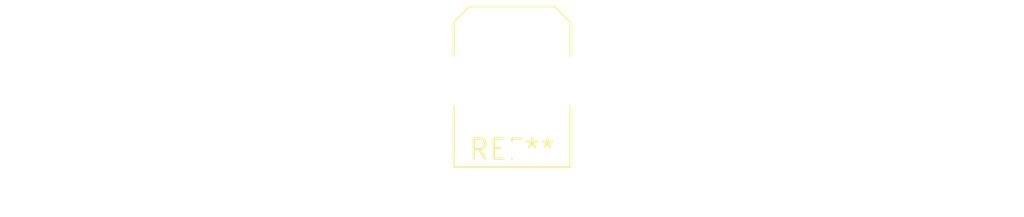
<source format=kicad_pcb>
(kicad_pcb (version 20240108) (generator pcbnew)
  (layers (0 "F.Cu" signal) (31 "B.Cu" signal) (34 "B.Paste" user) (35 "F.Paste" user) (36 "B.SilkS" user "B.Silkscreen") (37 "F.SilkS" user "F.Silkscreen") (38 "B.Mask" user) (39 "F.Mask" user) (44 "Edge.Cuts" user))
  (net 0 "")
  (footprint "Molex_Micro-Fit_3.0_43045-0221_2x01-1MP_P3.00mm_Horizontal" (layer "F.Cu") (at 0 0)
    (property "Reference" "REF**")
    (property "Value" "Molex_Micro-Fit_3.0_43045-0221_2x01-1MP_P3.00mm_Horizontal")
    (fp_line (start -3.685 -8.03) (end -2.685 -9.03) (layer "F.SilkS") (stroke (width 0.12)))
    (fp_line (start -3.685 -5.915) (end -3.685 -8.03) (layer "F.SilkS") (stroke (width 0.12)))
    (fp_line (start -3.685 -2.725) (end -3.685 1.1) (layer "F.SilkS") (stroke (width 0.12)))
    (fp_line (start -3.685 1.1) (end 3.685 1.1) (layer "F.SilkS") (stroke (width 0.12)))
    (fp_line (start -2.685 -9.03) (end 2.685 -9.03) (layer "F.SilkS") (stroke (width 0.12)))
    (fp_line (start 2.685 -9.03) (end 3.685 -8.03) (layer "F.SilkS") (stroke (width 0.12)))
    (fp_line (start 3.685 -8.03) (end 3.685 -5.915) (layer "F.SilkS") (stroke (width 0.12)))
    (fp_line (start 3.685 1.1) (end 3.685 -2.725) (layer "F.SilkS") (stroke (width 0.12)))
    (pad "1" thru_hole roundrect (at 0 0) (size 1.5 1.5) (drill 1.02) (layers *.Cu *.Mask) (remove_unused_layers) (roundrect_rratio 0.166667))
    (pad "2" thru_hole circle (at 0 3) (size 1.5 1.5) (drill 1.02) (layers *.Cu *.Mask) (remove_unused_layers))
    (pad "MP" thru_hole circle (at -2.15 -4.32) (size 3.41 3.41) (drill 2.41) (layers *.Cu *.Mask) (remove_unused_layers))
    (pad "MP" thru_hole circle (at 2.15 -4.32) (size 3.41 3.41) (drill 2.41) (layers *.Cu *.Mask) (remove_unused_layers))
  )
)
</source>
